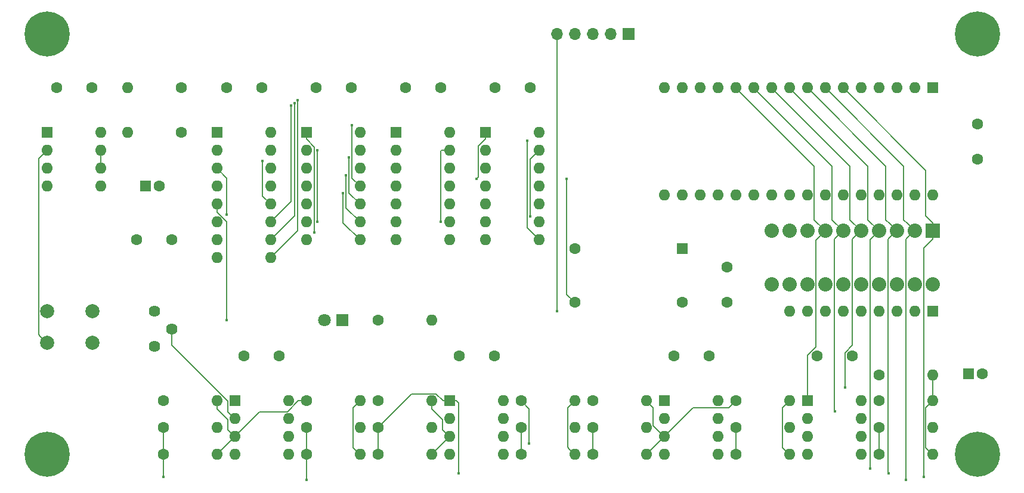
<source format=gbr>
G04 #@! TF.GenerationSoftware,KiCad,Pcbnew,(5.1.0-0)*
G04 #@! TF.CreationDate,2019-12-24T11:49:19-08:00*
G04 #@! TF.ProjectId,ExternalClock,45787465-726e-4616-9c43-6c6f636b2e6b,rev?*
G04 #@! TF.SameCoordinates,Original*
G04 #@! TF.FileFunction,Copper,L4,Bot*
G04 #@! TF.FilePolarity,Positive*
%FSLAX46Y46*%
G04 Gerber Fmt 4.6, Leading zero omitted, Abs format (unit mm)*
G04 Created by KiCad (PCBNEW (5.1.0-0)) date 2019-12-24 11:49:19*
%MOMM*%
%LPD*%
G04 APERTURE LIST*
%ADD10C,6.400000*%
%ADD11O,1.600000X1.600000*%
%ADD12R,1.600000X1.600000*%
%ADD13C,2.032000*%
%ADD14R,2.032000X2.032000*%
%ADD15O,1.700000X1.700000*%
%ADD16R,1.700000X1.700000*%
%ADD17C,1.600000*%
%ADD18C,2.000000*%
%ADD19C,1.620000*%
%ADD20C,1.800000*%
%ADD21R,1.800000X1.800000*%
%ADD22C,0.450000*%
%ADD23C,0.127000*%
G04 APERTURE END LIST*
D10*
X264160000Y-341630000D03*
D11*
X379730000Y-334010000D03*
X372110000Y-341630000D03*
X379730000Y-336550000D03*
X372110000Y-339090000D03*
X379730000Y-339090000D03*
X372110000Y-336550000D03*
X379730000Y-341630000D03*
D12*
X372110000Y-334010000D03*
D11*
X369570000Y-321310000D03*
X372110000Y-321310000D03*
X374650000Y-321310000D03*
X377190000Y-321310000D03*
X379730000Y-321310000D03*
X382270000Y-321310000D03*
X384810000Y-321310000D03*
X387350000Y-321310000D03*
D12*
X389890000Y-321310000D03*
D13*
X389890000Y-317500000D03*
X387350000Y-317500000D03*
X384810000Y-317500000D03*
X382270000Y-317500000D03*
X369570000Y-309880000D03*
X367030000Y-309880000D03*
X367030000Y-317500000D03*
X369570000Y-317500000D03*
X372110000Y-309880000D03*
X374650000Y-309880000D03*
X377190000Y-309880000D03*
X379730000Y-309880000D03*
X379730000Y-317500000D03*
X377190000Y-317500000D03*
X374650000Y-317500000D03*
X372110000Y-317500000D03*
X382270000Y-309880000D03*
X384810000Y-309880000D03*
X387350000Y-309880000D03*
D14*
X389890000Y-309880000D03*
D15*
X336550000Y-281940000D03*
X339090000Y-281940000D03*
X341630000Y-281940000D03*
X344170000Y-281940000D03*
D16*
X346710000Y-281940000D03*
D11*
X389890000Y-330327000D03*
D17*
X382270000Y-330327000D03*
D10*
X396240000Y-341630000D03*
X396240000Y-281940000D03*
X264160000Y-281940000D03*
D17*
X339090000Y-312420000D03*
X339090000Y-320040000D03*
X354330000Y-320040000D03*
D12*
X354330000Y-312420000D03*
D11*
X275590000Y-295910000D03*
D17*
X283210000Y-295910000D03*
D11*
X275590000Y-289560000D03*
D17*
X283210000Y-289560000D03*
X281860000Y-311150000D03*
X276860000Y-311150000D03*
X280130000Y-303530000D03*
D12*
X278130000Y-303530000D03*
D11*
X308610000Y-295910000D03*
X300990000Y-311150000D03*
X308610000Y-298450000D03*
X300990000Y-308610000D03*
X308610000Y-300990000D03*
X300990000Y-306070000D03*
X308610000Y-303530000D03*
X300990000Y-303530000D03*
X308610000Y-306070000D03*
X300990000Y-300990000D03*
X308610000Y-308610000D03*
X300990000Y-298450000D03*
X308610000Y-311150000D03*
D12*
X300990000Y-295910000D03*
D11*
X321310000Y-295910000D03*
X313690000Y-311150000D03*
X321310000Y-298450000D03*
X313690000Y-308610000D03*
X321310000Y-300990000D03*
X313690000Y-306070000D03*
X321310000Y-303530000D03*
X313690000Y-303530000D03*
X321310000Y-306070000D03*
X313690000Y-300990000D03*
X321310000Y-308610000D03*
X313690000Y-298450000D03*
X321310000Y-311150000D03*
D12*
X313690000Y-295910000D03*
D11*
X295910000Y-295910000D03*
X288290000Y-313690000D03*
X295910000Y-298450000D03*
X288290000Y-311150000D03*
X295910000Y-300990000D03*
X288290000Y-308610000D03*
X295910000Y-303530000D03*
X288290000Y-306070000D03*
X295910000Y-306070000D03*
X288290000Y-303530000D03*
X295910000Y-308610000D03*
X288290000Y-300990000D03*
X295910000Y-311150000D03*
X288290000Y-298450000D03*
X295910000Y-313690000D03*
D12*
X288290000Y-295910000D03*
D11*
X334010000Y-295910000D03*
X326390000Y-311150000D03*
X334010000Y-298450000D03*
X326390000Y-308610000D03*
X334010000Y-300990000D03*
X326390000Y-306070000D03*
X334010000Y-303530000D03*
X326390000Y-303530000D03*
X334010000Y-306070000D03*
X326390000Y-300990000D03*
X334010000Y-308610000D03*
X326390000Y-298450000D03*
X334010000Y-311150000D03*
D12*
X326390000Y-295910000D03*
D11*
X271780000Y-295910000D03*
X264160000Y-303530000D03*
X271780000Y-298450000D03*
X264160000Y-300990000D03*
X271780000Y-300990000D03*
X264160000Y-298450000D03*
X271780000Y-303530000D03*
D12*
X264160000Y-295910000D03*
D11*
X359410000Y-334010000D03*
X351790000Y-341630000D03*
X359410000Y-336550000D03*
X351790000Y-339090000D03*
X359410000Y-339090000D03*
X351790000Y-336550000D03*
X359410000Y-341630000D03*
D12*
X351790000Y-334010000D03*
D11*
X389886200Y-304798200D03*
X351786200Y-289558200D03*
X387346200Y-304798200D03*
X354326200Y-289558200D03*
X384806200Y-304798200D03*
X356866200Y-289558200D03*
X382266200Y-304798200D03*
X359406200Y-289558200D03*
X379726200Y-304798200D03*
X361946200Y-289558200D03*
X377186200Y-304798200D03*
X364486200Y-289558200D03*
X374646200Y-304798200D03*
X367026200Y-289558200D03*
X372106200Y-304798200D03*
X369566200Y-289558200D03*
X369566200Y-304798200D03*
X372106200Y-289558200D03*
X367026200Y-304798200D03*
X374646200Y-289558200D03*
X364486200Y-304798200D03*
X377186200Y-289558200D03*
X361946200Y-304798200D03*
X379726200Y-289558200D03*
X359406200Y-304798200D03*
X382266200Y-289558200D03*
X356866200Y-304798200D03*
X384806200Y-289558200D03*
X354326200Y-304798200D03*
X387346200Y-289558200D03*
X351786200Y-304798200D03*
D12*
X389886200Y-289558200D03*
D11*
X328930000Y-334010000D03*
X321310000Y-341630000D03*
X328930000Y-336550000D03*
X321310000Y-339090000D03*
X328930000Y-339090000D03*
X321310000Y-336550000D03*
X328930000Y-341630000D03*
D12*
X321310000Y-334010000D03*
D11*
X298450000Y-334010000D03*
X290830000Y-341630000D03*
X298450000Y-336550000D03*
X290830000Y-339090000D03*
X298450000Y-339090000D03*
X290830000Y-336550000D03*
X298450000Y-341630000D03*
D12*
X290830000Y-334010000D03*
D18*
X270660000Y-321310000D03*
X270660000Y-325810000D03*
X264160000Y-321310000D03*
X264160000Y-325810000D03*
D19*
X279400000Y-321310000D03*
X281900000Y-323810000D03*
X279400000Y-326310000D03*
D11*
X318770000Y-322580000D03*
D17*
X311150000Y-322580000D03*
D11*
X389890000Y-341630000D03*
D17*
X382270000Y-341630000D03*
D11*
X389890000Y-337820000D03*
D17*
X382270000Y-337820000D03*
D11*
X389890000Y-334010000D03*
D17*
X382270000Y-334010000D03*
D11*
X369570000Y-341630000D03*
D17*
X361950000Y-341630000D03*
D11*
X369570000Y-337820000D03*
D17*
X361950000Y-337820000D03*
D11*
X369570000Y-334010000D03*
D17*
X361950000Y-334010000D03*
D11*
X349250000Y-341630000D03*
D17*
X341630000Y-341630000D03*
D11*
X349250000Y-337820000D03*
D17*
X341630000Y-337820000D03*
D11*
X349250000Y-334010000D03*
D17*
X341630000Y-334010000D03*
D11*
X339090000Y-341630000D03*
D17*
X331470000Y-341630000D03*
D11*
X339090000Y-337820000D03*
D17*
X331470000Y-337820000D03*
D11*
X339090000Y-334010000D03*
D17*
X331470000Y-334010000D03*
D11*
X318770000Y-341630000D03*
D17*
X311150000Y-341630000D03*
D11*
X318770000Y-337820000D03*
D17*
X311150000Y-337820000D03*
D11*
X318770000Y-334010000D03*
D17*
X311150000Y-334010000D03*
D11*
X308610000Y-341630000D03*
D17*
X300990000Y-341630000D03*
D11*
X308610000Y-337820000D03*
D17*
X300990000Y-337820000D03*
D11*
X308610000Y-334010000D03*
D17*
X300990000Y-334010000D03*
D11*
X288290000Y-341630000D03*
D17*
X280670000Y-341630000D03*
D11*
X288290000Y-337820000D03*
D17*
X280670000Y-337820000D03*
D11*
X288290000Y-334010000D03*
D17*
X280670000Y-334010000D03*
D20*
X303530000Y-322580000D03*
D21*
X306070000Y-322580000D03*
D17*
X265510000Y-289560000D03*
X270510000Y-289560000D03*
X360680000Y-315040000D03*
X360680000Y-320040000D03*
X302340000Y-289560000D03*
X307340000Y-289560000D03*
X315040000Y-289560000D03*
X320040000Y-289560000D03*
X289640000Y-289560000D03*
X294640000Y-289560000D03*
X327740000Y-289560000D03*
X332740000Y-289560000D03*
X373460000Y-327660000D03*
X378460000Y-327660000D03*
X353140000Y-327660000D03*
X358140000Y-327660000D03*
X396240000Y-294720000D03*
X396240000Y-299720000D03*
X322660000Y-327660000D03*
X327660000Y-327660000D03*
X292100000Y-327660000D03*
X297100000Y-327660000D03*
X396970000Y-330200000D03*
D12*
X394970000Y-330200000D03*
D22*
X299720000Y-291338000D03*
X299304500Y-291746002D03*
X298831000Y-292100000D03*
X289687000Y-322580000D03*
X336550000Y-321310000D03*
X332613000Y-340071500D03*
X325120000Y-302514000D03*
X337947000Y-302514000D03*
X307051500Y-299466000D03*
X376047000Y-335534000D03*
X377444000Y-332105000D03*
X381000000Y-343662000D03*
X383667000Y-344297000D03*
X322580000Y-344297000D03*
X386080000Y-345220500D03*
X300990000Y-345220500D03*
X388620000Y-344805000D03*
X280670000Y-344805000D03*
X294767000Y-299974000D03*
X289687000Y-307594000D03*
X332740000Y-307848000D03*
X332359000Y-297053000D03*
X306636000Y-302006000D03*
X306220500Y-304546000D03*
X307467000Y-294894000D03*
X320040000Y-308610000D03*
X302133000Y-310134000D03*
X302548500Y-298450000D03*
X302548500Y-308610000D03*
D23*
X290030001Y-335750001D02*
X290830000Y-336550000D01*
X289839499Y-335559499D02*
X290030001Y-335750001D01*
X289839499Y-334093557D02*
X289839499Y-335559499D01*
X281900000Y-326154058D02*
X289839499Y-334093557D01*
X281900000Y-323810000D02*
X281900000Y-326154058D01*
X299720000Y-309880000D02*
X299720000Y-291338000D01*
X295910000Y-313690000D02*
X299720000Y-309880000D01*
X298132500Y-308927500D02*
X299085000Y-307975000D01*
X295910000Y-311150000D02*
X298132500Y-308927500D01*
X299304500Y-307755500D02*
X295910000Y-311150000D01*
X299304500Y-291746002D02*
X299304500Y-307755500D01*
X298831000Y-305689000D02*
X295910000Y-308610000D01*
X298831000Y-292100000D02*
X298831000Y-305689000D01*
X289687000Y-308598370D02*
X289687000Y-321310000D01*
X288290000Y-306070000D02*
X288290000Y-307201370D01*
X288290000Y-307201370D02*
X289687000Y-308598370D01*
X289687000Y-321310000D02*
X289687000Y-322580000D01*
X336550000Y-281940000D02*
X336550000Y-321310000D01*
X294360501Y-335559499D02*
X291629999Y-338290001D01*
X298309131Y-335559499D02*
X294360501Y-335559499D01*
X299858630Y-334010000D02*
X298309131Y-335559499D01*
X291629999Y-338290001D02*
X290830000Y-339090000D01*
X300990000Y-334010000D02*
X299858630Y-334010000D01*
X290030001Y-339889999D02*
X288290000Y-341630000D01*
X290830000Y-339090000D02*
X290030001Y-339889999D01*
X290030001Y-338290001D02*
X290830000Y-339090000D01*
X289839499Y-338099499D02*
X290030001Y-338290001D01*
X288290000Y-335141370D02*
X289839499Y-336690869D01*
X289839499Y-336690869D02*
X289839499Y-338099499D01*
X288290000Y-334010000D02*
X288290000Y-335141370D01*
X307619499Y-340639499D02*
X307810001Y-340830001D01*
X307810001Y-340830001D02*
X308610000Y-341630000D01*
X307619499Y-335000501D02*
X307619499Y-340639499D01*
X308610000Y-334010000D02*
X307619499Y-335000501D01*
X320510001Y-338290001D02*
X321310000Y-339090000D01*
X320319499Y-336690869D02*
X320319499Y-338099499D01*
X318770000Y-335141370D02*
X320319499Y-336690869D01*
X320319499Y-338099499D02*
X320510001Y-338290001D01*
X318770000Y-334010000D02*
X318770000Y-335141370D01*
X321310000Y-339090000D02*
X318770000Y-341630000D01*
X332613000Y-335153000D02*
X331470000Y-334010000D01*
X332613000Y-340071500D02*
X332613000Y-335153000D01*
X338290001Y-340830001D02*
X339090000Y-341630000D01*
X338074000Y-340614000D02*
X338290001Y-340830001D01*
X338074000Y-335026000D02*
X338074000Y-340614000D01*
X339090000Y-334010000D02*
X338074000Y-335026000D01*
X352589999Y-338290001D02*
X351790000Y-339090000D01*
X355879499Y-335000501D02*
X352589999Y-338290001D01*
X360959499Y-335000501D02*
X355879499Y-335000501D01*
X361950000Y-334010000D02*
X360959499Y-335000501D01*
X350990001Y-338290001D02*
X351790000Y-339090000D01*
X350240501Y-337540501D02*
X350990001Y-338290001D01*
X350240501Y-335000501D02*
X350240501Y-337540501D01*
X349250000Y-334010000D02*
X350240501Y-335000501D01*
X350990001Y-339889999D02*
X349250000Y-341630000D01*
X351790000Y-339090000D02*
X350990001Y-339889999D01*
X368579499Y-340639499D02*
X368770001Y-340830001D01*
X368770001Y-340830001D02*
X369570000Y-341630000D01*
X368579499Y-335000501D02*
X368579499Y-340639499D01*
X369570000Y-334010000D02*
X368579499Y-335000501D01*
X389890000Y-330327000D02*
X389890000Y-334010000D01*
X389090001Y-340830001D02*
X389890000Y-341630000D01*
X388899499Y-340639499D02*
X389090001Y-340830001D01*
X388899499Y-335000501D02*
X388899499Y-340639499D01*
X389890000Y-334010000D02*
X388899499Y-335000501D01*
X325399499Y-297827501D02*
X326390000Y-296837000D01*
X326390000Y-296837000D02*
X326390000Y-295910000D01*
X325399499Y-302234501D02*
X325399499Y-297827501D01*
X325120000Y-302514000D02*
X325399499Y-302234501D01*
X337947000Y-318897000D02*
X339090000Y-320040000D01*
X337947000Y-302514000D02*
X337947000Y-318897000D01*
X307051500Y-304511500D02*
X308610000Y-306070000D01*
X307051500Y-299466000D02*
X307051500Y-304511500D01*
X372110000Y-327544058D02*
X372110000Y-333083000D01*
X373316501Y-326337557D02*
X372110000Y-327544058D01*
X373316501Y-311213499D02*
X373316501Y-326337557D01*
X372110000Y-333083000D02*
X372110000Y-334010000D01*
X374650000Y-309880000D02*
X373316501Y-311213499D01*
X382270000Y-337820000D02*
X382270000Y-341630000D01*
X362746199Y-290358199D02*
X361946200Y-289558200D01*
X373096701Y-300708701D02*
X362746199Y-290358199D01*
X373096701Y-308326701D02*
X373096701Y-300708701D01*
X374650000Y-309880000D02*
X373096701Y-308326701D01*
X375983499Y-335470499D02*
X376047000Y-335534000D01*
X375983499Y-311086501D02*
X375983499Y-335470499D01*
X377190000Y-309880000D02*
X375983499Y-311086501D01*
X361950000Y-338951370D02*
X361950000Y-341630000D01*
X361950000Y-337820000D02*
X361950000Y-338951370D01*
X365286199Y-290358199D02*
X364486200Y-289558200D01*
X375636701Y-308326701D02*
X375636701Y-300708701D01*
X375636701Y-300708701D02*
X365286199Y-290358199D01*
X377190000Y-309880000D02*
X375636701Y-308326701D01*
X377444000Y-327210058D02*
X377444000Y-332105000D01*
X378523499Y-326130559D02*
X377444000Y-327210058D01*
X378523499Y-311086501D02*
X378523499Y-326130559D01*
X379730000Y-309880000D02*
X378523499Y-311086501D01*
X341630000Y-337820000D02*
X341630000Y-341630000D01*
X367826199Y-290358199D02*
X367026200Y-289558200D01*
X378176701Y-300708701D02*
X367826199Y-290358199D01*
X378176701Y-308326701D02*
X378176701Y-300708701D01*
X379730000Y-309880000D02*
X378176701Y-308326701D01*
X381000000Y-311150000D02*
X381000000Y-343662000D01*
X382270000Y-309880000D02*
X381000000Y-311150000D01*
X331470000Y-337820000D02*
X331470000Y-341630000D01*
X370366199Y-290358199D02*
X369566200Y-289558200D01*
X380716701Y-300708701D02*
X370366199Y-290358199D01*
X380716701Y-308326701D02*
X380716701Y-300708701D01*
X382270000Y-309880000D02*
X380716701Y-308326701D01*
X311150000Y-337820000D02*
X311150000Y-341630000D01*
X320383000Y-334010000D02*
X321310000Y-334010000D01*
X319392499Y-333019499D02*
X320383000Y-334010000D01*
X315950501Y-333019499D02*
X319392499Y-333019499D01*
X311150000Y-337820000D02*
X315950501Y-333019499D01*
X383256701Y-300708701D02*
X383256701Y-308326701D01*
X383794001Y-308864001D02*
X384810000Y-309880000D01*
X383256701Y-308326701D02*
X383794001Y-308864001D01*
X372106200Y-289558200D02*
X383256701Y-300708701D01*
X383603499Y-344233499D02*
X383667000Y-344297000D01*
X383603499Y-311086501D02*
X383603499Y-344233499D01*
X384810000Y-309880000D02*
X383603499Y-311086501D01*
X322237000Y-334010000D02*
X321310000Y-334010000D01*
X322580000Y-334353000D02*
X322237000Y-334010000D01*
X322580000Y-344297000D02*
X322580000Y-334353000D01*
X300990000Y-337820000D02*
X300990000Y-341630000D01*
X386334001Y-308864001D02*
X387350000Y-309880000D01*
X385796701Y-308326701D02*
X386334001Y-308864001D01*
X385796701Y-300708701D02*
X385796701Y-308326701D01*
X374646200Y-289558200D02*
X385796701Y-300708701D01*
X386143499Y-345157001D02*
X386080000Y-345220500D01*
X386143499Y-311086501D02*
X386143499Y-345157001D01*
X387350000Y-309880000D02*
X386143499Y-311086501D01*
X300990000Y-345220500D02*
X300990000Y-341630000D01*
X280670000Y-337820000D02*
X280670000Y-341630000D01*
X389890000Y-308737000D02*
X389890000Y-309880000D01*
X388895699Y-301267699D02*
X388895699Y-307742699D01*
X388895699Y-307742699D02*
X389890000Y-308737000D01*
X377186200Y-289558200D02*
X388895699Y-301267699D01*
X388620000Y-312293000D02*
X388620000Y-344805000D01*
X389890000Y-311023000D02*
X388620000Y-312293000D01*
X389890000Y-309880000D02*
X389890000Y-311023000D01*
X280670000Y-344805000D02*
X280670000Y-341630000D01*
X271780000Y-299581370D02*
X271780000Y-300990000D01*
X271780000Y-298450000D02*
X271780000Y-299581370D01*
X263160001Y-324810001D02*
X264160000Y-325810000D01*
X262969499Y-299640501D02*
X262969499Y-324619499D01*
X262969499Y-324619499D02*
X263160001Y-324810001D01*
X264160000Y-298450000D02*
X262969499Y-299640501D01*
X294767000Y-304927000D02*
X295910000Y-306070000D01*
X294767000Y-299974000D02*
X294767000Y-304927000D01*
X289687000Y-302387000D02*
X288290000Y-300990000D01*
X289687000Y-307594000D02*
X289687000Y-302387000D01*
X332740000Y-299720000D02*
X332740000Y-307848000D01*
X334010000Y-298450000D02*
X332740000Y-299720000D01*
X332324499Y-297087501D02*
X332359000Y-297053000D01*
X332324499Y-309464499D02*
X332324499Y-297087501D01*
X334010000Y-311150000D02*
X332324499Y-309464499D01*
X306636000Y-306636000D02*
X308610000Y-308610000D01*
X306636000Y-302006000D02*
X306636000Y-306636000D01*
X306220500Y-308760500D02*
X308610000Y-311150000D01*
X306220500Y-304546000D02*
X306220500Y-308760500D01*
X307467000Y-302387000D02*
X308610000Y-303530000D01*
X307467000Y-294894000D02*
X307467000Y-302387000D01*
X320178630Y-298450000D02*
X321310000Y-298450000D01*
X320040000Y-298588630D02*
X320178630Y-298450000D01*
X320040000Y-308610000D02*
X320040000Y-298588630D01*
X302133000Y-297980000D02*
X302133000Y-310134000D01*
X300990000Y-296837000D02*
X302133000Y-297980000D01*
X300990000Y-295910000D02*
X300990000Y-296837000D01*
X302548500Y-298450000D02*
X302548500Y-308610000D01*
M02*

</source>
